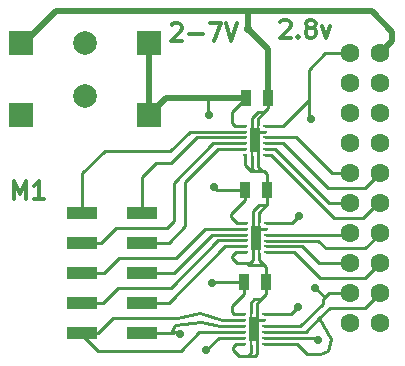
<source format=gtl>
G04 (created by PCBNEW (2013-08-24 BZR 4298)-stable) date Mon 02 Dec 2013 12:58:01 PM PST*
%MOIN*%
G04 Gerber Fmt 3.4, Leading zero omitted, Abs format*
%FSLAX34Y34*%
G01*
G70*
G90*
G04 APERTURE LIST*
%ADD10C,0.005906*%
%ADD11C,0.011811*%
%ADD12R,0.100000X0.039000*%
%ADD13C,0.078700*%
%ADD14R,0.078700X0.078700*%
%ADD15C,0.062992*%
%ADD16R,0.035000X0.055000*%
%ADD17R,0.011811X0.009843*%
%ADD18R,0.011811X0.009800*%
%ADD19R,0.011826X0.009800*%
%ADD20C,0.011811*%
%ADD21R,0.035433X0.078740*%
%ADD22R,0.009800X0.027600*%
%ADD23C,0.027559*%
%ADD24C,0.009843*%
%ADD25C,0.019685*%
G04 APERTURE END LIST*
G54D10*
G54D11*
X60340Y-29343D02*
X60368Y-29314D01*
X60425Y-29286D01*
X60565Y-29286D01*
X60622Y-29314D01*
X60650Y-29343D01*
X60678Y-29399D01*
X60678Y-29455D01*
X60650Y-29539D01*
X60312Y-29877D01*
X60678Y-29877D01*
X60931Y-29652D02*
X61381Y-29652D01*
X61606Y-29286D02*
X62000Y-29286D01*
X61746Y-29877D01*
X62140Y-29286D02*
X62337Y-29877D01*
X62534Y-29286D01*
X63967Y-29236D02*
X63996Y-29208D01*
X64052Y-29180D01*
X64192Y-29180D01*
X64249Y-29208D01*
X64277Y-29236D01*
X64305Y-29293D01*
X64305Y-29349D01*
X64277Y-29433D01*
X63939Y-29771D01*
X64305Y-29771D01*
X64558Y-29714D02*
X64586Y-29742D01*
X64558Y-29771D01*
X64530Y-29742D01*
X64558Y-29714D01*
X64558Y-29771D01*
X64924Y-29433D02*
X64867Y-29405D01*
X64839Y-29377D01*
X64811Y-29321D01*
X64811Y-29293D01*
X64839Y-29236D01*
X64867Y-29208D01*
X64924Y-29180D01*
X65036Y-29180D01*
X65092Y-29208D01*
X65120Y-29236D01*
X65149Y-29293D01*
X65149Y-29321D01*
X65120Y-29377D01*
X65092Y-29405D01*
X65036Y-29433D01*
X64924Y-29433D01*
X64867Y-29461D01*
X64839Y-29489D01*
X64811Y-29546D01*
X64811Y-29658D01*
X64839Y-29714D01*
X64867Y-29742D01*
X64924Y-29771D01*
X65036Y-29771D01*
X65092Y-29742D01*
X65120Y-29714D01*
X65149Y-29658D01*
X65149Y-29546D01*
X65120Y-29489D01*
X65092Y-29461D01*
X65036Y-29433D01*
X65345Y-29377D02*
X65486Y-29771D01*
X65627Y-29377D01*
X55092Y-35137D02*
X55092Y-34546D01*
X55289Y-34968D01*
X55486Y-34546D01*
X55486Y-35137D01*
X56077Y-35137D02*
X55739Y-35137D01*
X55908Y-35137D02*
X55908Y-34546D01*
X55852Y-34631D01*
X55795Y-34687D01*
X55739Y-34715D01*
G54D12*
X57366Y-35598D03*
X57366Y-36598D03*
X57366Y-37598D03*
X57366Y-38598D03*
X57366Y-39598D03*
X59366Y-39598D03*
X59366Y-38598D03*
X59366Y-37598D03*
X59366Y-36598D03*
X59366Y-35598D03*
G54D13*
X57468Y-31720D03*
G54D14*
X59598Y-29948D03*
X59598Y-32350D03*
X55336Y-29948D03*
X55336Y-32350D03*
G54D13*
X57468Y-29948D03*
G54D15*
X67279Y-39291D03*
X66279Y-39291D03*
X67279Y-36291D03*
X66279Y-37291D03*
X66279Y-38291D03*
X67279Y-38291D03*
X67279Y-37291D03*
X67279Y-35291D03*
X66279Y-36291D03*
X66279Y-35291D03*
X66279Y-34291D03*
X66279Y-30291D03*
X66279Y-31291D03*
X66279Y-32291D03*
X66279Y-33291D03*
X67279Y-34291D03*
X67279Y-33291D03*
X67279Y-32291D03*
X67279Y-31291D03*
X67279Y-30291D03*
G54D16*
X62810Y-31791D03*
X63560Y-31791D03*
X62786Y-34846D03*
X63536Y-34846D03*
X62743Y-37929D03*
X63493Y-37929D03*
G54D17*
X63409Y-39980D03*
G54D18*
X63409Y-39193D03*
X63409Y-39783D03*
X63409Y-39389D03*
X63409Y-39587D03*
X63409Y-38996D03*
X62740Y-38994D03*
X62740Y-39584D03*
X62740Y-39388D03*
X62740Y-39781D03*
X62740Y-39191D03*
G54D19*
X62740Y-39978D03*
G54D20*
X63074Y-39488D03*
X63074Y-39763D03*
X63074Y-39212D03*
G54D21*
X63074Y-39488D03*
G54D22*
X63172Y-38957D03*
X62976Y-38957D03*
X63172Y-40019D03*
X62976Y-40019D03*
G54D17*
X63476Y-36925D03*
G54D18*
X63476Y-36138D03*
X63476Y-36728D03*
X63476Y-36334D03*
X63476Y-36532D03*
X63476Y-35941D03*
X62807Y-35939D03*
X62807Y-36529D03*
X62807Y-36333D03*
X62807Y-36726D03*
X62807Y-36136D03*
G54D19*
X62807Y-36923D03*
G54D20*
X63141Y-36433D03*
X63141Y-36708D03*
X63141Y-36157D03*
G54D21*
X63141Y-36433D03*
G54D22*
X63239Y-35902D03*
X63043Y-35902D03*
X63239Y-36964D03*
X63043Y-36964D03*
G54D17*
X63452Y-33688D03*
G54D18*
X63452Y-32901D03*
X63452Y-33491D03*
X63452Y-33097D03*
X63452Y-33295D03*
X63452Y-32704D03*
X62783Y-32702D03*
X62783Y-33292D03*
X62783Y-33096D03*
X62783Y-33489D03*
X62783Y-32899D03*
G54D19*
X62783Y-33686D03*
G54D20*
X63118Y-33196D03*
X63118Y-33472D03*
X63118Y-32921D03*
G54D21*
X63118Y-33196D03*
G54D22*
X63216Y-32665D03*
X63020Y-32665D03*
X63216Y-33727D03*
X63020Y-33727D03*
G54D23*
X64559Y-38759D03*
X64972Y-32476D03*
X64578Y-35728D03*
X62893Y-29488D03*
X65129Y-38106D03*
X65228Y-39838D03*
X60614Y-39653D03*
X61503Y-40185D03*
X61700Y-37960D03*
X61574Y-32338D03*
X61771Y-34755D03*
G54D24*
X63409Y-38996D02*
X64322Y-38996D01*
X64322Y-38996D02*
X64559Y-38759D01*
X63476Y-35941D02*
X64366Y-35941D01*
X64909Y-32413D02*
X64909Y-31842D01*
X64972Y-32476D02*
X64909Y-32413D01*
X64366Y-35941D02*
X64578Y-35728D01*
X63452Y-32704D02*
X64047Y-32704D01*
X65460Y-30291D02*
X66279Y-30291D01*
X64909Y-30842D02*
X65460Y-30291D01*
X64909Y-31842D02*
X64909Y-30842D01*
X64047Y-32704D02*
X64909Y-31842D01*
X63172Y-40019D02*
X63172Y-40311D01*
X63110Y-40374D02*
X62881Y-40374D01*
X63172Y-40311D02*
X63110Y-40374D01*
X62740Y-39978D02*
X62498Y-39978D01*
X62498Y-39978D02*
X62381Y-40094D01*
X62381Y-40094D02*
X62381Y-40169D01*
X62381Y-40169D02*
X62586Y-40374D01*
X62586Y-40374D02*
X62881Y-40374D01*
X62976Y-40279D02*
X62976Y-40019D01*
X62881Y-40374D02*
X62976Y-40279D01*
X63172Y-40019D02*
X63172Y-39586D01*
X63172Y-39586D02*
X63074Y-39488D01*
X63172Y-38957D02*
X63172Y-39114D01*
X63172Y-39114D02*
X63074Y-39212D01*
X62976Y-38957D02*
X62976Y-38613D01*
X63094Y-38496D02*
X63314Y-38496D01*
X62976Y-38613D02*
X63094Y-38496D01*
X63493Y-37929D02*
X63493Y-38317D01*
X63172Y-38638D02*
X63172Y-38957D01*
X63493Y-38317D02*
X63314Y-38496D01*
X63314Y-38496D02*
X63172Y-38638D01*
X63409Y-39193D02*
X63094Y-39193D01*
X63094Y-39193D02*
X63074Y-39212D01*
X63476Y-36138D02*
X63161Y-36138D01*
X63161Y-36138D02*
X63141Y-36157D01*
X63452Y-32901D02*
X63137Y-32901D01*
X63137Y-32901D02*
X63118Y-32921D01*
X62893Y-37334D02*
X63397Y-37334D01*
X63397Y-37334D02*
X63493Y-37430D01*
X63239Y-36964D02*
X63239Y-37176D01*
X63239Y-37176D02*
X63493Y-37430D01*
X63493Y-37430D02*
X63493Y-37929D01*
X63043Y-35902D02*
X63043Y-36335D01*
X63043Y-36335D02*
X63141Y-36433D01*
X63043Y-36964D02*
X63043Y-36531D01*
X63043Y-36531D02*
X63141Y-36433D01*
X62807Y-36923D02*
X62486Y-36923D01*
X63043Y-37184D02*
X63043Y-36964D01*
X62937Y-37291D02*
X62893Y-37334D01*
X62893Y-37334D02*
X63043Y-37184D01*
X62527Y-37291D02*
X62937Y-37291D01*
X62350Y-37114D02*
X62527Y-37291D01*
X62350Y-37059D02*
X62350Y-37114D01*
X62486Y-36923D02*
X62350Y-37059D01*
X63043Y-35902D02*
X63043Y-35558D01*
X63519Y-35342D02*
X63536Y-35342D01*
X63259Y-35342D02*
X63519Y-35342D01*
X63043Y-35558D02*
X63259Y-35342D01*
X63239Y-35902D02*
X63239Y-35622D01*
X63536Y-35325D02*
X63536Y-35342D01*
X63536Y-35342D02*
X63536Y-34846D01*
X63239Y-35622D02*
X63536Y-35325D01*
X63216Y-33727D02*
X63216Y-34086D01*
X63216Y-34086D02*
X63342Y-34212D01*
X63020Y-33727D02*
X63020Y-34134D01*
X63020Y-34134D02*
X63098Y-34212D01*
X62783Y-33686D02*
X62783Y-34000D01*
X63536Y-34327D02*
X63536Y-34846D01*
X63342Y-34212D02*
X63421Y-34212D01*
X63421Y-34212D02*
X63536Y-34327D01*
X62996Y-34212D02*
X63098Y-34212D01*
X63098Y-34212D02*
X63342Y-34212D01*
X62783Y-34000D02*
X62996Y-34212D01*
X63216Y-33727D02*
X63216Y-33294D01*
X63216Y-33294D02*
X63118Y-33196D01*
X63020Y-32665D02*
X63020Y-32823D01*
X63020Y-32823D02*
X63118Y-32921D01*
X63020Y-32665D02*
X63020Y-32456D01*
X63224Y-32251D02*
X63437Y-32251D01*
X63020Y-32456D02*
X63224Y-32251D01*
X63216Y-32665D02*
X63216Y-32472D01*
X63560Y-32128D02*
X63560Y-31791D01*
X63216Y-32472D02*
X63437Y-32251D01*
X63437Y-32251D02*
X63560Y-32128D01*
G54D25*
X63560Y-31791D02*
X63560Y-30154D01*
X62881Y-29476D02*
X62893Y-29488D01*
X62881Y-29476D02*
X62881Y-28885D01*
X63560Y-30154D02*
X62893Y-29488D01*
X55336Y-29948D02*
X55409Y-29948D01*
X67692Y-29877D02*
X67279Y-30291D01*
X67692Y-29566D02*
X67692Y-29877D01*
X67011Y-28885D02*
X67692Y-29566D01*
X56472Y-28885D02*
X62881Y-28885D01*
X62881Y-28885D02*
X67011Y-28885D01*
X55409Y-29948D02*
X56472Y-28885D01*
G54D24*
X63452Y-33295D02*
X64063Y-33295D01*
X66775Y-34795D02*
X67279Y-34291D01*
X65562Y-34795D02*
X66775Y-34795D01*
X64063Y-33295D02*
X65562Y-34795D01*
X63452Y-33097D02*
X64495Y-33097D01*
X65688Y-34291D02*
X66279Y-34291D01*
X64495Y-33097D02*
X65688Y-34291D01*
X65598Y-35291D02*
X66279Y-35291D01*
X63798Y-33491D02*
X65598Y-35291D01*
X63452Y-33491D02*
X63798Y-33491D01*
X67279Y-35291D02*
X67224Y-35291D01*
X63661Y-33688D02*
X63452Y-33688D01*
X65763Y-35791D02*
X63661Y-33688D01*
X66724Y-35791D02*
X65763Y-35791D01*
X67224Y-35291D02*
X66724Y-35791D01*
X63476Y-36334D02*
X66236Y-36334D01*
X66236Y-36334D02*
X66279Y-36291D01*
X67279Y-36291D02*
X67279Y-36307D01*
X65232Y-36532D02*
X63476Y-36532D01*
X65492Y-36791D02*
X65232Y-36532D01*
X66795Y-36791D02*
X65492Y-36791D01*
X67279Y-36307D02*
X66795Y-36791D01*
X66279Y-37291D02*
X65267Y-37291D01*
X64704Y-36728D02*
X63476Y-36728D01*
X65267Y-37291D02*
X64704Y-36728D01*
X63476Y-36925D02*
X64413Y-36925D01*
X66783Y-37787D02*
X67279Y-37291D01*
X65275Y-37787D02*
X66783Y-37787D01*
X64413Y-36925D02*
X65275Y-37787D01*
X63409Y-39783D02*
X65263Y-39783D01*
X65419Y-38395D02*
X65486Y-38395D01*
X65129Y-38106D02*
X65419Y-38395D01*
X65263Y-39783D02*
X65228Y-39838D01*
X63409Y-39389D02*
X64630Y-39389D01*
X65590Y-38291D02*
X66279Y-38291D01*
X65381Y-38500D02*
X65486Y-38395D01*
X65486Y-38395D02*
X65590Y-38291D01*
X65381Y-38637D02*
X65381Y-38500D01*
X64630Y-39389D02*
X65381Y-38637D01*
X63409Y-39980D02*
X64531Y-39980D01*
X65671Y-39814D02*
X65269Y-39131D01*
X65543Y-40212D02*
X65671Y-39814D01*
X65287Y-40322D02*
X65543Y-40212D01*
X64866Y-40314D02*
X65287Y-40322D01*
X64531Y-39980D02*
X64866Y-40314D01*
X67279Y-38291D02*
X66791Y-38779D01*
X64814Y-39587D02*
X63409Y-39587D01*
X65622Y-38779D02*
X65269Y-39131D01*
X65269Y-39131D02*
X64814Y-39587D01*
X66791Y-38779D02*
X65622Y-38779D01*
X62783Y-32899D02*
X60938Y-32899D01*
X57366Y-34283D02*
X57366Y-35598D01*
X58110Y-33539D02*
X57366Y-34283D01*
X60299Y-33539D02*
X58110Y-33539D01*
X60938Y-32899D02*
X60299Y-33539D01*
X62783Y-33096D02*
X61182Y-33096D01*
X59366Y-34405D02*
X59366Y-35598D01*
X59826Y-33944D02*
X59366Y-34405D01*
X60334Y-33944D02*
X59826Y-33944D01*
X61182Y-33096D02*
X60334Y-33944D01*
X62783Y-33292D02*
X61734Y-33292D01*
X57992Y-36598D02*
X57366Y-36598D01*
X58492Y-36098D02*
X57992Y-36598D01*
X60200Y-36098D02*
X58492Y-36098D01*
X60421Y-35877D02*
X60200Y-36098D01*
X60421Y-34606D02*
X60421Y-35877D01*
X61734Y-33292D02*
X60421Y-34606D01*
X59366Y-36598D02*
X60251Y-36598D01*
X61899Y-33489D02*
X62783Y-33489D01*
X60799Y-34590D02*
X61899Y-33489D01*
X60799Y-36051D02*
X60799Y-34590D01*
X60251Y-36598D02*
X60799Y-36051D01*
X62807Y-36136D02*
X61442Y-36136D01*
X58102Y-37598D02*
X57366Y-37598D01*
X58602Y-37098D02*
X58102Y-37598D01*
X60480Y-37098D02*
X58602Y-37098D01*
X61442Y-36136D02*
X60480Y-37098D01*
X59366Y-37598D02*
X60409Y-37598D01*
X61674Y-36333D02*
X62807Y-36333D01*
X60409Y-37598D02*
X61674Y-36333D01*
X62807Y-36529D02*
X61884Y-36529D01*
X58062Y-38598D02*
X57366Y-38598D01*
X58559Y-38102D02*
X58062Y-38598D01*
X60311Y-38102D02*
X58559Y-38102D01*
X61884Y-36529D02*
X60311Y-38102D01*
X59366Y-38598D02*
X60255Y-38598D01*
X62128Y-36726D02*
X62807Y-36726D01*
X60255Y-38598D02*
X62128Y-36726D01*
X62740Y-39584D02*
X61266Y-39584D01*
X57366Y-39665D02*
X57366Y-39598D01*
X57901Y-40200D02*
X57366Y-39665D01*
X60649Y-40200D02*
X57901Y-40200D01*
X61266Y-39584D02*
X60649Y-40200D01*
X62740Y-39191D02*
X62016Y-39165D01*
X57877Y-39598D02*
X57366Y-39598D01*
X58374Y-39102D02*
X57877Y-39598D01*
X60531Y-39102D02*
X58374Y-39102D01*
X62016Y-39165D02*
X61293Y-38941D01*
X61293Y-38941D02*
X60531Y-39102D01*
X62740Y-39781D02*
X61907Y-39781D01*
X60531Y-39570D02*
X60334Y-39598D01*
X60614Y-39653D02*
X60531Y-39570D01*
X61907Y-39781D02*
X61503Y-40185D01*
X59366Y-39598D02*
X60334Y-39598D01*
X60334Y-39598D02*
X60456Y-39358D01*
X61319Y-39240D02*
X61960Y-39391D01*
X61960Y-39391D02*
X62740Y-39388D01*
X60456Y-39358D02*
X61319Y-39240D01*
X62740Y-38994D02*
X62415Y-38994D01*
X62743Y-38315D02*
X62743Y-37929D01*
X62346Y-38712D02*
X62743Y-38315D01*
X62346Y-38925D02*
X62346Y-38712D01*
X62415Y-38994D02*
X62346Y-38925D01*
X62743Y-37929D02*
X61732Y-37929D01*
X61732Y-37929D02*
X61700Y-37960D01*
X62786Y-34846D02*
X61862Y-34846D01*
X61559Y-32322D02*
X61559Y-31791D01*
X61574Y-32338D02*
X61559Y-32322D01*
X61862Y-34846D02*
X61771Y-34755D01*
X62807Y-35939D02*
X62517Y-35939D01*
X62786Y-35170D02*
X62786Y-34846D01*
X62322Y-35633D02*
X62786Y-35170D01*
X62322Y-35744D02*
X62322Y-35633D01*
X62517Y-35939D02*
X62322Y-35744D01*
X62783Y-32702D02*
X62462Y-32702D01*
X62362Y-32239D02*
X62810Y-31791D01*
X62362Y-32602D02*
X62362Y-32239D01*
X62462Y-32702D02*
X62362Y-32602D01*
G54D25*
X62810Y-31791D02*
X61559Y-31791D01*
X61559Y-31791D02*
X60157Y-31791D01*
X60157Y-31791D02*
X59598Y-32350D01*
X59598Y-29948D02*
X59598Y-32350D01*
M02*

</source>
